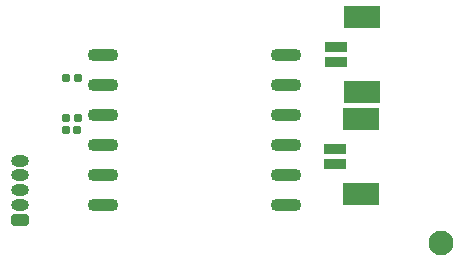
<source format=gbr>
%TF.GenerationSoftware,KiCad,Pcbnew,(6.0.1)*%
%TF.CreationDate,2022-10-07T00:00:46+07:00*%
%TF.ProjectId,rak3172,72616b33-3137-4322-9e6b-696361645f70,rev?*%
%TF.SameCoordinates,Original*%
%TF.FileFunction,Soldermask,Bot*%
%TF.FilePolarity,Negative*%
%FSLAX46Y46*%
G04 Gerber Fmt 4.6, Leading zero omitted, Abs format (unit mm)*
G04 Created by KiCad (PCBNEW (6.0.1)) date 2022-10-07 00:00:46*
%MOMM*%
%LPD*%
G01*
G04 APERTURE LIST*
G04 Aperture macros list*
%AMRoundRect*
0 Rectangle with rounded corners*
0 $1 Rounding radius*
0 $2 $3 $4 $5 $6 $7 $8 $9 X,Y pos of 4 corners*
0 Add a 4 corners polygon primitive as box body*
4,1,4,$2,$3,$4,$5,$6,$7,$8,$9,$2,$3,0*
0 Add four circle primitives for the rounded corners*
1,1,$1+$1,$2,$3*
1,1,$1+$1,$4,$5*
1,1,$1+$1,$6,$7*
1,1,$1+$1,$8,$9*
0 Add four rect primitives between the rounded corners*
20,1,$1+$1,$2,$3,$4,$5,0*
20,1,$1+$1,$4,$5,$6,$7,0*
20,1,$1+$1,$6,$7,$8,$9,0*
20,1,$1+$1,$8,$9,$2,$3,0*%
G04 Aperture macros list end*
%ADD10O,2.600000X1.100000*%
%ADD11C,2.100000*%
%ADD12RoundRect,0.050000X0.900000X0.400000X-0.900000X0.400000X-0.900000X-0.400000X0.900000X-0.400000X0*%
%ADD13RoundRect,0.050000X1.450000X0.900000X-1.450000X0.900000X-1.450000X-0.900000X1.450000X-0.900000X0*%
%ADD14RoundRect,0.275000X0.475000X-0.225000X0.475000X0.225000X-0.475000X0.225000X-0.475000X-0.225000X0*%
%ADD15O,1.500000X1.000000*%
%ADD16RoundRect,0.190000X0.140000X0.170000X-0.140000X0.170000X-0.140000X-0.170000X0.140000X-0.170000X0*%
G04 APERTURE END LIST*
D10*
%TO.C,U6*%
X188750000Y-106350000D03*
X188750000Y-103810000D03*
X188750000Y-101270000D03*
X188750000Y-98730000D03*
X188750000Y-96190000D03*
X188750000Y-93650000D03*
X204250000Y-93650000D03*
X204250000Y-96190000D03*
X204250000Y-98730000D03*
X204250000Y-101270000D03*
X204250000Y-103810000D03*
X204250000Y-106350000D03*
%TD*%
D11*
%TO.C,ANT1*%
X217400000Y-109600000D03*
%TD*%
D12*
%TO.C,BAT2*%
X208437500Y-101650000D03*
X208437500Y-102900000D03*
D13*
X210587500Y-99100000D03*
X210587500Y-105450000D03*
%TD*%
%TO.C,BAT1*%
X210650000Y-96800000D03*
X210650000Y-90450000D03*
D12*
X208500000Y-94250000D03*
X208500000Y-93000000D03*
%TD*%
D14*
%TO.C,DEBUG1*%
X181725000Y-107600000D03*
D15*
X181725000Y-106350000D03*
X181725000Y-105100000D03*
X181725000Y-103850000D03*
X181725000Y-102600000D03*
%TD*%
D16*
%TO.C,C27*%
X186600000Y-95600000D03*
X185640000Y-95600000D03*
%TD*%
%TO.C,C29*%
X186600000Y-99000000D03*
X185640000Y-99000000D03*
%TD*%
%TO.C,C28*%
X186580000Y-100000000D03*
X185620000Y-100000000D03*
%TD*%
M02*

</source>
